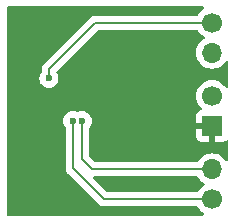
<source format=gbl>
G04 #@! TF.GenerationSoftware,KiCad,Pcbnew,8.0.5*
G04 #@! TF.CreationDate,2024-09-21T15:57:37+02:00*
G04 #@! TF.ProjectId,BMA400-breakout,424d4134-3030-42d6-9272-65616b6f7574,rev?*
G04 #@! TF.SameCoordinates,Original*
G04 #@! TF.FileFunction,Copper,L2,Bot*
G04 #@! TF.FilePolarity,Positive*
%FSLAX46Y46*%
G04 Gerber Fmt 4.6, Leading zero omitted, Abs format (unit mm)*
G04 Created by KiCad (PCBNEW 8.0.5) date 2024-09-21 15:57:37*
%MOMM*%
%LPD*%
G01*
G04 APERTURE LIST*
G04 #@! TA.AperFunction,ComponentPad*
%ADD10C,1.700000*%
G04 #@! TD*
G04 #@! TA.AperFunction,ComponentPad*
%ADD11O,1.700000X1.700000*%
G04 #@! TD*
G04 #@! TA.AperFunction,ComponentPad*
%ADD12R,1.700000X1.700000*%
G04 #@! TD*
G04 #@! TA.AperFunction,ViaPad*
%ADD13C,0.600000*%
G04 #@! TD*
G04 #@! TA.AperFunction,Conductor*
%ADD14C,0.200000*%
G04 #@! TD*
G04 APERTURE END LIST*
D10*
X115720000Y-80590000D03*
D11*
X115720000Y-78050000D03*
D10*
X115720000Y-65630000D03*
D11*
X115720000Y-68170000D03*
D10*
X115720000Y-71840000D03*
D12*
X115720000Y-74380000D03*
D13*
X108630000Y-66860000D03*
X109770000Y-75200000D03*
X109320000Y-79250000D03*
X101900000Y-70350000D03*
X106510000Y-72520000D03*
X103080000Y-70940000D03*
X108020000Y-70230000D03*
X104720000Y-73930000D03*
X103910000Y-73930000D03*
D14*
X101900000Y-70350000D02*
X101900000Y-69550000D01*
X101900000Y-69550000D02*
X105820000Y-65630000D01*
X105820000Y-65630000D02*
X115720000Y-65630000D01*
X103910000Y-73930000D02*
X103910000Y-77950000D01*
X103910000Y-77950000D02*
X106550000Y-80590000D01*
X106550000Y-80590000D02*
X115720000Y-80590000D01*
X104720000Y-73930000D02*
X104720000Y-77200000D01*
X104720000Y-77200000D02*
X105570000Y-78050000D01*
X105570000Y-78050000D02*
X115720000Y-78050000D01*
G04 #@! TA.AperFunction,Conductor*
G36*
X114995085Y-64280185D02*
G01*
X115040840Y-64332989D01*
X115050784Y-64402147D01*
X115021759Y-64465703D01*
X114999169Y-64486075D01*
X114848597Y-64591505D01*
X114681506Y-64758596D01*
X114545965Y-64952170D01*
X114545962Y-64952175D01*
X114543289Y-64957909D01*
X114497115Y-65010346D01*
X114430909Y-65029500D01*
X105899057Y-65029500D01*
X105740943Y-65029500D01*
X105588215Y-65070423D01*
X105588214Y-65070423D01*
X105588212Y-65070424D01*
X105588209Y-65070425D01*
X105538096Y-65099359D01*
X105538095Y-65099360D01*
X105494689Y-65124420D01*
X105451285Y-65149479D01*
X105451282Y-65149481D01*
X101419481Y-69181282D01*
X101419479Y-69181285D01*
X101369361Y-69268094D01*
X101369359Y-69268096D01*
X101340425Y-69318209D01*
X101340424Y-69318210D01*
X101340423Y-69318215D01*
X101299499Y-69470943D01*
X101299499Y-69470945D01*
X101299499Y-69639046D01*
X101299500Y-69639059D01*
X101299500Y-69767587D01*
X101279815Y-69834626D01*
X101272450Y-69844896D01*
X101270186Y-69847734D01*
X101174211Y-70000476D01*
X101114631Y-70170745D01*
X101114630Y-70170750D01*
X101094435Y-70349996D01*
X101094435Y-70350003D01*
X101114630Y-70529249D01*
X101114631Y-70529254D01*
X101174211Y-70699523D01*
X101238289Y-70801501D01*
X101270184Y-70852262D01*
X101397738Y-70979816D01*
X101550478Y-71075789D01*
X101662777Y-71115084D01*
X101720745Y-71135368D01*
X101720750Y-71135369D01*
X101899996Y-71155565D01*
X101900000Y-71155565D01*
X101900004Y-71155565D01*
X102079249Y-71135369D01*
X102079252Y-71135368D01*
X102079255Y-71135368D01*
X102249522Y-71075789D01*
X102402262Y-70979816D01*
X102529816Y-70852262D01*
X102625789Y-70699522D01*
X102685368Y-70529255D01*
X102705565Y-70350000D01*
X102685368Y-70170745D01*
X102625789Y-70000478D01*
X102625788Y-70000476D01*
X102625788Y-70000475D01*
X102585226Y-69935922D01*
X102552204Y-69883368D01*
X102533204Y-69816134D01*
X102553571Y-69749299D01*
X102569512Y-69729722D01*
X106032416Y-66266819D01*
X106093739Y-66233334D01*
X106120097Y-66230500D01*
X114430909Y-66230500D01*
X114497948Y-66250185D01*
X114543292Y-66302097D01*
X114545965Y-66307830D01*
X114681501Y-66501396D01*
X114681506Y-66501402D01*
X114848597Y-66668493D01*
X114848603Y-66668498D01*
X115034158Y-66798425D01*
X115077783Y-66853002D01*
X115084977Y-66922500D01*
X115053454Y-66984855D01*
X115034158Y-67001575D01*
X114848597Y-67131505D01*
X114681505Y-67298597D01*
X114545965Y-67492169D01*
X114545964Y-67492171D01*
X114446098Y-67706335D01*
X114446094Y-67706344D01*
X114384938Y-67934586D01*
X114384936Y-67934596D01*
X114364341Y-68169999D01*
X114364341Y-68170000D01*
X114384936Y-68405403D01*
X114384938Y-68405413D01*
X114446094Y-68633655D01*
X114446096Y-68633659D01*
X114446097Y-68633663D01*
X114542319Y-68840012D01*
X114545965Y-68847830D01*
X114545967Y-68847834D01*
X114654281Y-69002521D01*
X114681505Y-69041401D01*
X114848599Y-69208495D01*
X114933715Y-69268094D01*
X115042165Y-69344032D01*
X115042167Y-69344033D01*
X115042170Y-69344035D01*
X115256337Y-69443903D01*
X115484592Y-69505063D01*
X115672918Y-69521539D01*
X115719999Y-69525659D01*
X115720000Y-69525659D01*
X115720001Y-69525659D01*
X115759234Y-69522226D01*
X115955408Y-69505063D01*
X116183663Y-69443903D01*
X116397830Y-69344035D01*
X116591401Y-69208495D01*
X116758495Y-69041401D01*
X116863925Y-68890830D01*
X116918502Y-68847206D01*
X116988000Y-68840012D01*
X117050355Y-68871535D01*
X117085769Y-68931764D01*
X117089500Y-68961954D01*
X117089500Y-71048045D01*
X117069815Y-71115084D01*
X117017011Y-71160839D01*
X116947853Y-71170783D01*
X116884297Y-71141758D01*
X116863925Y-71119168D01*
X116758494Y-70968597D01*
X116591402Y-70801506D01*
X116591395Y-70801501D01*
X116397834Y-70665967D01*
X116397830Y-70665965D01*
X116397828Y-70665964D01*
X116183663Y-70566097D01*
X116183659Y-70566096D01*
X116183655Y-70566094D01*
X115955413Y-70504938D01*
X115955403Y-70504936D01*
X115720001Y-70484341D01*
X115719999Y-70484341D01*
X115484596Y-70504936D01*
X115484586Y-70504938D01*
X115256344Y-70566094D01*
X115256335Y-70566098D01*
X115042171Y-70665964D01*
X115042169Y-70665965D01*
X114848597Y-70801505D01*
X114681505Y-70968597D01*
X114545965Y-71162169D01*
X114545964Y-71162171D01*
X114446098Y-71376335D01*
X114446094Y-71376344D01*
X114384938Y-71604586D01*
X114384936Y-71604596D01*
X114364341Y-71839999D01*
X114364341Y-71840000D01*
X114384936Y-72075403D01*
X114384938Y-72075413D01*
X114446094Y-72303655D01*
X114446096Y-72303659D01*
X114446097Y-72303663D01*
X114542319Y-72510012D01*
X114545965Y-72517830D01*
X114545967Y-72517834D01*
X114654281Y-72672521D01*
X114681501Y-72711396D01*
X114681506Y-72711402D01*
X114803818Y-72833714D01*
X114837303Y-72895037D01*
X114832319Y-72964729D01*
X114790447Y-73020662D01*
X114759471Y-73037577D01*
X114627912Y-73086646D01*
X114627906Y-73086649D01*
X114512812Y-73172809D01*
X114512809Y-73172812D01*
X114426649Y-73287906D01*
X114426645Y-73287913D01*
X114376403Y-73422620D01*
X114376401Y-73422627D01*
X114370000Y-73482155D01*
X114370000Y-74130000D01*
X115286988Y-74130000D01*
X115254075Y-74187007D01*
X115220000Y-74314174D01*
X115220000Y-74445826D01*
X115254075Y-74572993D01*
X115286988Y-74630000D01*
X114370000Y-74630000D01*
X114370000Y-75277844D01*
X114376401Y-75337372D01*
X114376403Y-75337379D01*
X114426645Y-75472086D01*
X114426649Y-75472093D01*
X114512809Y-75587187D01*
X114512812Y-75587190D01*
X114627906Y-75673350D01*
X114627913Y-75673354D01*
X114762620Y-75723596D01*
X114762627Y-75723598D01*
X114822155Y-75729999D01*
X114822172Y-75730000D01*
X115470000Y-75730000D01*
X115470000Y-74813012D01*
X115527007Y-74845925D01*
X115654174Y-74880000D01*
X115785826Y-74880000D01*
X115912993Y-74845925D01*
X115970000Y-74813012D01*
X115970000Y-75730000D01*
X116617828Y-75730000D01*
X116617844Y-75729999D01*
X116677372Y-75723598D01*
X116677379Y-75723596D01*
X116812086Y-75673354D01*
X116812089Y-75673352D01*
X116891188Y-75614139D01*
X116956653Y-75589721D01*
X117024926Y-75604572D01*
X117074332Y-75653977D01*
X117089500Y-75713405D01*
X117089500Y-77258045D01*
X117069815Y-77325084D01*
X117017011Y-77370839D01*
X116947853Y-77380783D01*
X116884297Y-77351758D01*
X116863925Y-77329168D01*
X116758494Y-77178597D01*
X116591402Y-77011506D01*
X116591395Y-77011501D01*
X116397834Y-76875967D01*
X116397830Y-76875965D01*
X116397828Y-76875964D01*
X116183663Y-76776097D01*
X116183659Y-76776096D01*
X116183655Y-76776094D01*
X115955413Y-76714938D01*
X115955403Y-76714936D01*
X115720001Y-76694341D01*
X115719999Y-76694341D01*
X115484596Y-76714936D01*
X115484586Y-76714938D01*
X115256344Y-76776094D01*
X115256335Y-76776098D01*
X115042171Y-76875964D01*
X115042169Y-76875965D01*
X114848597Y-77011505D01*
X114681506Y-77178596D01*
X114545965Y-77372170D01*
X114545962Y-77372175D01*
X114543289Y-77377909D01*
X114497115Y-77430346D01*
X114430909Y-77449500D01*
X105870098Y-77449500D01*
X105803059Y-77429815D01*
X105782417Y-77413181D01*
X105356819Y-76987583D01*
X105323334Y-76926260D01*
X105320500Y-76899902D01*
X105320500Y-74512412D01*
X105340185Y-74445373D01*
X105347555Y-74435097D01*
X105349810Y-74432267D01*
X105349816Y-74432262D01*
X105445789Y-74279522D01*
X105505368Y-74109255D01*
X105525565Y-73930000D01*
X105519931Y-73880000D01*
X105505369Y-73750750D01*
X105505368Y-73750745D01*
X105445788Y-73580476D01*
X105406582Y-73518080D01*
X105349816Y-73427738D01*
X105222262Y-73300184D01*
X105125000Y-73239070D01*
X105069523Y-73204211D01*
X104899254Y-73144631D01*
X104899249Y-73144630D01*
X104720004Y-73124435D01*
X104719996Y-73124435D01*
X104540750Y-73144630D01*
X104540737Y-73144633D01*
X104370477Y-73204210D01*
X104368790Y-73205023D01*
X104367592Y-73205220D01*
X104363906Y-73206510D01*
X104363679Y-73205863D01*
X104299848Y-73216368D01*
X104266110Y-73206461D01*
X104266094Y-73206510D01*
X104265153Y-73206180D01*
X104261210Y-73205023D01*
X104259522Y-73204210D01*
X104089262Y-73144633D01*
X104089249Y-73144630D01*
X103910004Y-73124435D01*
X103909996Y-73124435D01*
X103730750Y-73144630D01*
X103730745Y-73144631D01*
X103560476Y-73204211D01*
X103407737Y-73300184D01*
X103280184Y-73427737D01*
X103184211Y-73580476D01*
X103124631Y-73750745D01*
X103124630Y-73750750D01*
X103104435Y-73929996D01*
X103104435Y-73930003D01*
X103124630Y-74109249D01*
X103124631Y-74109254D01*
X103184211Y-74279523D01*
X103280185Y-74432263D01*
X103282445Y-74435097D01*
X103283334Y-74437275D01*
X103283889Y-74438158D01*
X103283734Y-74438255D01*
X103308855Y-74499783D01*
X103309500Y-74512412D01*
X103309500Y-77863330D01*
X103309499Y-77863348D01*
X103309499Y-78029054D01*
X103309498Y-78029054D01*
X103350423Y-78181785D01*
X103379358Y-78231900D01*
X103379359Y-78231904D01*
X103379360Y-78231904D01*
X103429479Y-78318714D01*
X103429481Y-78318717D01*
X103548349Y-78437585D01*
X103548354Y-78437589D01*
X106181284Y-81070520D01*
X106318215Y-81149577D01*
X106470943Y-81190501D01*
X106470946Y-81190501D01*
X106636654Y-81190501D01*
X106636670Y-81190500D01*
X114430909Y-81190500D01*
X114497948Y-81210185D01*
X114543292Y-81262097D01*
X114545965Y-81267830D01*
X114681505Y-81461401D01*
X114848599Y-81628495D01*
X114936967Y-81690371D01*
X114999168Y-81733925D01*
X115042793Y-81788502D01*
X115049986Y-81858000D01*
X115018464Y-81920355D01*
X114958234Y-81955769D01*
X114928045Y-81959500D01*
X98454500Y-81959500D01*
X98387461Y-81939815D01*
X98341706Y-81887011D01*
X98330500Y-81835500D01*
X98330500Y-64384500D01*
X98350185Y-64317461D01*
X98402989Y-64271706D01*
X98454500Y-64260500D01*
X114928046Y-64260500D01*
X114995085Y-64280185D01*
G37*
G04 #@! TD.AperFunction*
G04 #@! TA.AperFunction,Conductor*
G36*
X114497948Y-78670185D02*
G01*
X114543292Y-78722097D01*
X114545965Y-78727830D01*
X114681501Y-78921396D01*
X114681506Y-78921402D01*
X114848597Y-79088493D01*
X114848603Y-79088498D01*
X115034158Y-79218425D01*
X115077783Y-79273002D01*
X115084977Y-79342500D01*
X115053454Y-79404855D01*
X115034158Y-79421575D01*
X114848597Y-79551505D01*
X114681506Y-79718596D01*
X114545965Y-79912170D01*
X114545962Y-79912175D01*
X114543289Y-79917909D01*
X114497115Y-79970346D01*
X114430909Y-79989500D01*
X106850098Y-79989500D01*
X106783059Y-79969815D01*
X106762417Y-79953181D01*
X106225201Y-79415965D01*
X105671415Y-78862180D01*
X105637931Y-78800858D01*
X105642915Y-78731166D01*
X105684787Y-78675233D01*
X105750251Y-78650816D01*
X105759097Y-78650500D01*
X114430909Y-78650500D01*
X114497948Y-78670185D01*
G37*
G04 #@! TD.AperFunction*
M02*

</source>
